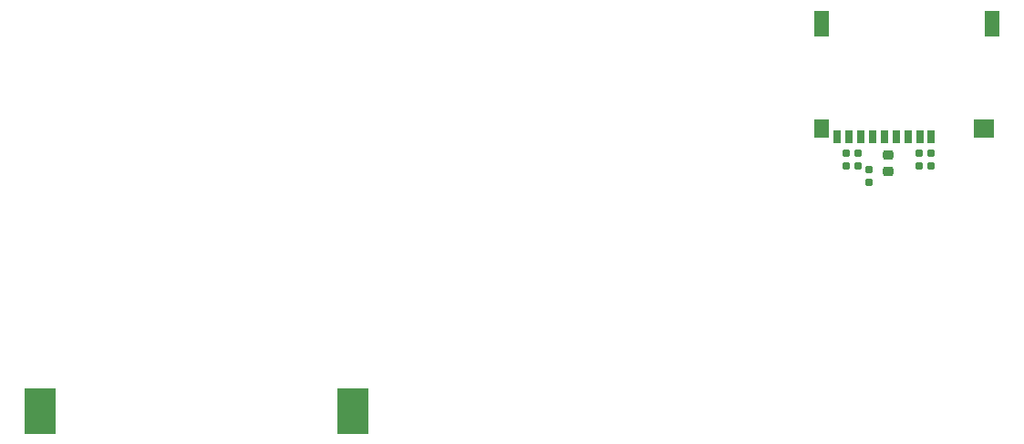
<source format=gbr>
%TF.GenerationSoftware,KiCad,Pcbnew,8.0.3*%
%TF.CreationDate,2024-07-04T12:22:57-04:00*%
%TF.ProjectId,vfd-tool,7666642d-746f-46f6-9c2e-6b696361645f,rev?*%
%TF.SameCoordinates,Original*%
%TF.FileFunction,Paste,Bot*%
%TF.FilePolarity,Positive*%
%FSLAX46Y46*%
G04 Gerber Fmt 4.6, Leading zero omitted, Abs format (unit mm)*
G04 Created by KiCad (PCBNEW 8.0.3) date 2024-07-04 12:22:57*
%MOMM*%
%LPD*%
G01*
G04 APERTURE LIST*
G04 Aperture macros list*
%AMRoundRect*
0 Rectangle with rounded corners*
0 $1 Rounding radius*
0 $2 $3 $4 $5 $6 $7 $8 $9 X,Y pos of 4 corners*
0 Add a 4 corners polygon primitive as box body*
4,1,4,$2,$3,$4,$5,$6,$7,$8,$9,$2,$3,0*
0 Add four circle primitives for the rounded corners*
1,1,$1+$1,$2,$3*
1,1,$1+$1,$4,$5*
1,1,$1+$1,$6,$7*
1,1,$1+$1,$8,$9*
0 Add four rect primitives between the rounded corners*
20,1,$1+$1,$2,$3,$4,$5,0*
20,1,$1+$1,$4,$5,$6,$7,0*
20,1,$1+$1,$6,$7,$8,$9,0*
20,1,$1+$1,$8,$9,$2,$3,0*%
G04 Aperture macros list end*
%ADD10RoundRect,0.225000X-0.250000X0.225000X-0.250000X-0.225000X0.250000X-0.225000X0.250000X0.225000X0*%
%ADD11R,0.700000X1.300000*%
%ADD12R,1.447800X1.651000*%
%ADD13R,1.447800X2.438400*%
%ADD14R,1.854200X1.651000*%
%ADD15RoundRect,0.160000X0.160000X-0.197500X0.160000X0.197500X-0.160000X0.197500X-0.160000X-0.197500X0*%
%ADD16R,3.000000X4.200000*%
G04 APERTURE END LIST*
D10*
%TO.C,C30*%
X224485200Y-89852200D03*
X224485200Y-91402200D03*
%TD*%
D11*
%TO.C,J3*%
X228467600Y-88174400D03*
X227367600Y-88174400D03*
X226267600Y-88174400D03*
X225167600Y-88174400D03*
X224067600Y-88174400D03*
X222967600Y-88174400D03*
X221867600Y-88174400D03*
X220767600Y-88174400D03*
X219667600Y-88174400D03*
D12*
X218249200Y-87400600D03*
D13*
X218249200Y-77700600D03*
X234074000Y-77700600D03*
D14*
X233299000Y-87400600D03*
%TD*%
D15*
%TO.C,R28*%
X227355400Y-90881200D03*
X227355400Y-89686200D03*
%TD*%
%TO.C,R30*%
X222707200Y-92443900D03*
X222707200Y-91248900D03*
%TD*%
%TO.C,R26*%
X228447600Y-90881200D03*
X228447600Y-89686200D03*
%TD*%
%TO.C,R33*%
X220548200Y-90881200D03*
X220548200Y-89686200D03*
%TD*%
%TO.C,R31*%
X221615000Y-90882400D03*
X221615000Y-89687400D03*
%TD*%
D16*
%TO.C,BT1*%
X174745200Y-113639600D03*
X145745200Y-113639600D03*
%TD*%
M02*

</source>
